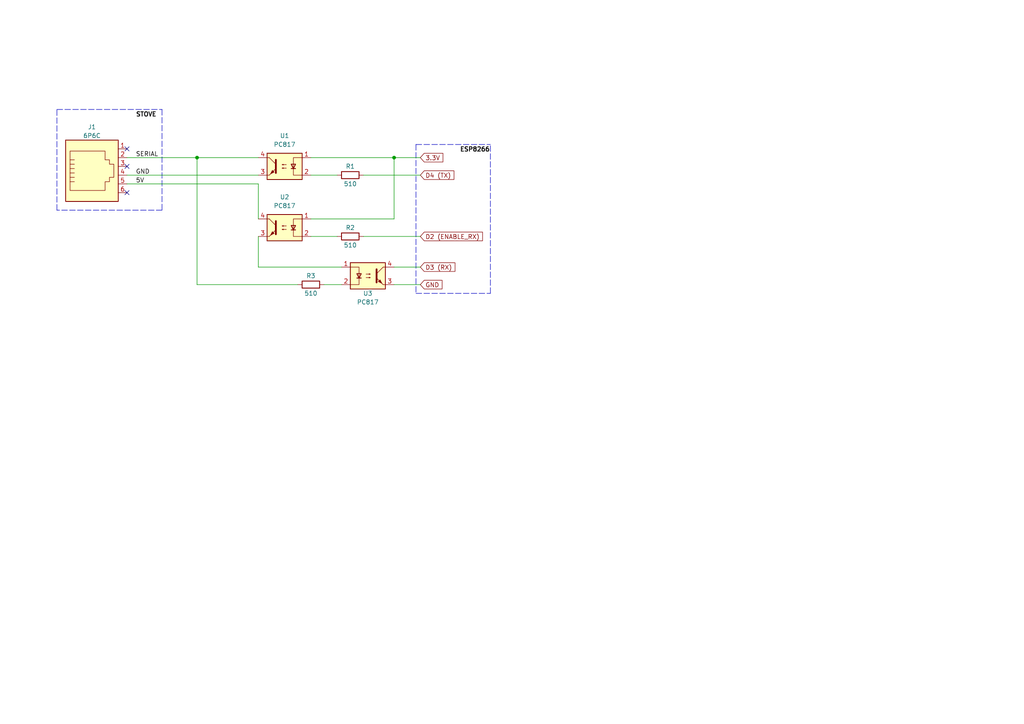
<source format=kicad_sch>
(kicad_sch (version 20211123) (generator eeschema)

  (uuid 4e333132-51c4-4436-8f8b-7b1c033df0dd)

  (paper "A4")

  (title_block
    (title "Tantrix Stove Control")
    (date "2023-02-06")
    (rev "1.0")
  )

  (lib_symbols
    (symbol "Connector:6P6C" (pin_names (offset 1.016)) (in_bom yes) (on_board yes)
      (property "Reference" "J" (id 0) (at -5.08 11.43 0)
        (effects (font (size 1.27 1.27)) (justify right))
      )
      (property "Value" "6P6C" (id 1) (at 2.54 11.43 0)
        (effects (font (size 1.27 1.27)) (justify left))
      )
      (property "Footprint" "" (id 2) (at 0 0.635 90)
        (effects (font (size 1.27 1.27)) hide)
      )
      (property "Datasheet" "~" (id 3) (at 0 0.635 90)
        (effects (font (size 1.27 1.27)) hide)
      )
      (property "ki_keywords" "6P6C RJ female connector" (id 4) (at 0 0 0)
        (effects (font (size 1.27 1.27)) hide)
      )
      (property "ki_description" "RJ connector, 6P6C (6 positions 6 connected), RJ12/RJ18/RJ25" (id 5) (at 0 0 0)
        (effects (font (size 1.27 1.27)) hide)
      )
      (property "ki_fp_filters" "6P6C* RJ12* RJ18* RJ25*" (id 6) (at 0 0 0)
        (effects (font (size 1.27 1.27)) hide)
      )
      (symbol "6P6C_0_1"
        (polyline
          (pts
            (xy -6.35 -1.905)
            (xy -5.08 -1.905)
            (xy -5.08 -1.905)
          )
          (stroke (width 0) (type default) (color 0 0 0 0))
          (fill (type none))
        )
        (polyline
          (pts
            (xy -6.35 -0.635)
            (xy -5.08 -0.635)
            (xy -5.08 -0.635)
          )
          (stroke (width 0) (type default) (color 0 0 0 0))
          (fill (type none))
        )
        (polyline
          (pts
            (xy -6.35 0.635)
            (xy -5.08 0.635)
            (xy -5.08 0.635)
          )
          (stroke (width 0) (type default) (color 0 0 0 0))
          (fill (type none))
        )
        (polyline
          (pts
            (xy -6.35 1.905)
            (xy -5.08 1.905)
            (xy -5.08 1.905)
          )
          (stroke (width 0) (type default) (color 0 0 0 0))
          (fill (type none))
        )
        (polyline
          (pts
            (xy -6.35 3.175)
            (xy -5.08 3.175)
            (xy -5.08 3.175)
          )
          (stroke (width 0) (type default) (color 0 0 0 0))
          (fill (type none))
        )
        (polyline
          (pts
            (xy -5.08 4.445)
            (xy -6.35 4.445)
            (xy -6.35 4.445)
          )
          (stroke (width 0) (type default) (color 0 0 0 0))
          (fill (type none))
        )
        (polyline
          (pts
            (xy -6.35 -4.445)
            (xy -6.35 6.985)
            (xy 3.81 6.985)
            (xy 3.81 4.445)
            (xy 5.08 4.445)
            (xy 5.08 3.175)
            (xy 6.35 3.175)
            (xy 6.35 -0.635)
            (xy 5.08 -0.635)
            (xy 5.08 -1.905)
            (xy 3.81 -1.905)
            (xy 3.81 -4.445)
            (xy -6.35 -4.445)
            (xy -6.35 -4.445)
          )
          (stroke (width 0) (type default) (color 0 0 0 0))
          (fill (type none))
        )
        (rectangle (start 7.62 10.16) (end -7.62 -7.62)
          (stroke (width 0.254) (type default) (color 0 0 0 0))
          (fill (type background))
        )
      )
      (symbol "6P6C_1_1"
        (pin passive line (at 10.16 -5.08 180) (length 2.54)
          (name "~" (effects (font (size 1.27 1.27))))
          (number "1" (effects (font (size 1.27 1.27))))
        )
        (pin passive line (at 10.16 -2.54 180) (length 2.54)
          (name "~" (effects (font (size 1.27 1.27))))
          (number "2" (effects (font (size 1.27 1.27))))
        )
        (pin passive line (at 10.16 0 180) (length 2.54)
          (name "~" (effects (font (size 1.27 1.27))))
          (number "3" (effects (font (size 1.27 1.27))))
        )
        (pin passive line (at 10.16 2.54 180) (length 2.54)
          (name "~" (effects (font (size 1.27 1.27))))
          (number "4" (effects (font (size 1.27 1.27))))
        )
        (pin passive line (at 10.16 5.08 180) (length 2.54)
          (name "~" (effects (font (size 1.27 1.27))))
          (number "5" (effects (font (size 1.27 1.27))))
        )
        (pin passive line (at 10.16 7.62 180) (length 2.54)
          (name "~" (effects (font (size 1.27 1.27))))
          (number "6" (effects (font (size 1.27 1.27))))
        )
      )
    )
    (symbol "Device:R" (pin_numbers hide) (pin_names (offset 0)) (in_bom yes) (on_board yes)
      (property "Reference" "R" (id 0) (at 2.032 0 90)
        (effects (font (size 1.27 1.27)))
      )
      (property "Value" "R" (id 1) (at 0 0 90)
        (effects (font (size 1.27 1.27)))
      )
      (property "Footprint" "" (id 2) (at -1.778 0 90)
        (effects (font (size 1.27 1.27)) hide)
      )
      (property "Datasheet" "~" (id 3) (at 0 0 0)
        (effects (font (size 1.27 1.27)) hide)
      )
      (property "ki_keywords" "R res resistor" (id 4) (at 0 0 0)
        (effects (font (size 1.27 1.27)) hide)
      )
      (property "ki_description" "Resistor" (id 5) (at 0 0 0)
        (effects (font (size 1.27 1.27)) hide)
      )
      (property "ki_fp_filters" "R_*" (id 6) (at 0 0 0)
        (effects (font (size 1.27 1.27)) hide)
      )
      (symbol "R_0_1"
        (rectangle (start -1.016 -2.54) (end 1.016 2.54)
          (stroke (width 0.254) (type default) (color 0 0 0 0))
          (fill (type none))
        )
      )
      (symbol "R_1_1"
        (pin passive line (at 0 3.81 270) (length 1.27)
          (name "~" (effects (font (size 1.27 1.27))))
          (number "1" (effects (font (size 1.27 1.27))))
        )
        (pin passive line (at 0 -3.81 90) (length 1.27)
          (name "~" (effects (font (size 1.27 1.27))))
          (number "2" (effects (font (size 1.27 1.27))))
        )
      )
    )
    (symbol "Isolator:PC817" (pin_names (offset 1.016)) (in_bom yes) (on_board yes)
      (property "Reference" "U" (id 0) (at -5.08 5.08 0)
        (effects (font (size 1.27 1.27)) (justify left))
      )
      (property "Value" "PC817" (id 1) (at 0 5.08 0)
        (effects (font (size 1.27 1.27)) (justify left))
      )
      (property "Footprint" "Package_DIP:DIP-4_W7.62mm" (id 2) (at -5.08 -5.08 0)
        (effects (font (size 1.27 1.27) italic) (justify left) hide)
      )
      (property "Datasheet" "http://www.soselectronic.cz/a_info/resource/d/pc817.pdf" (id 3) (at 0 0 0)
        (effects (font (size 1.27 1.27)) (justify left) hide)
      )
      (property "ki_keywords" "NPN DC Optocoupler" (id 4) (at 0 0 0)
        (effects (font (size 1.27 1.27)) hide)
      )
      (property "ki_description" "DC Optocoupler, Vce 35V, CTR 50-300%, DIP-4" (id 5) (at 0 0 0)
        (effects (font (size 1.27 1.27)) hide)
      )
      (property "ki_fp_filters" "DIP*W7.62mm*" (id 6) (at 0 0 0)
        (effects (font (size 1.27 1.27)) hide)
      )
      (symbol "PC817_0_1"
        (rectangle (start -5.08 3.81) (end 5.08 -3.81)
          (stroke (width 0.254) (type default) (color 0 0 0 0))
          (fill (type background))
        )
        (polyline
          (pts
            (xy -3.175 -0.635)
            (xy -1.905 -0.635)
          )
          (stroke (width 0.254) (type default) (color 0 0 0 0))
          (fill (type none))
        )
        (polyline
          (pts
            (xy 2.54 0.635)
            (xy 4.445 2.54)
          )
          (stroke (width 0) (type default) (color 0 0 0 0))
          (fill (type none))
        )
        (polyline
          (pts
            (xy 4.445 -2.54)
            (xy 2.54 -0.635)
          )
          (stroke (width 0) (type default) (color 0 0 0 0))
          (fill (type outline))
        )
        (polyline
          (pts
            (xy 4.445 -2.54)
            (xy 5.08 -2.54)
          )
          (stroke (width 0) (type default) (color 0 0 0 0))
          (fill (type none))
        )
        (polyline
          (pts
            (xy 4.445 2.54)
            (xy 5.08 2.54)
          )
          (stroke (width 0) (type default) (color 0 0 0 0))
          (fill (type none))
        )
        (polyline
          (pts
            (xy -5.08 2.54)
            (xy -2.54 2.54)
            (xy -2.54 -0.635)
          )
          (stroke (width 0) (type default) (color 0 0 0 0))
          (fill (type none))
        )
        (polyline
          (pts
            (xy -2.54 -0.635)
            (xy -2.54 -2.54)
            (xy -5.08 -2.54)
          )
          (stroke (width 0) (type default) (color 0 0 0 0))
          (fill (type none))
        )
        (polyline
          (pts
            (xy 2.54 1.905)
            (xy 2.54 -1.905)
            (xy 2.54 -1.905)
          )
          (stroke (width 0.508) (type default) (color 0 0 0 0))
          (fill (type none))
        )
        (polyline
          (pts
            (xy -2.54 -0.635)
            (xy -3.175 0.635)
            (xy -1.905 0.635)
            (xy -2.54 -0.635)
          )
          (stroke (width 0.254) (type default) (color 0 0 0 0))
          (fill (type none))
        )
        (polyline
          (pts
            (xy -0.508 -0.508)
            (xy 0.762 -0.508)
            (xy 0.381 -0.635)
            (xy 0.381 -0.381)
            (xy 0.762 -0.508)
          )
          (stroke (width 0) (type default) (color 0 0 0 0))
          (fill (type none))
        )
        (polyline
          (pts
            (xy -0.508 0.508)
            (xy 0.762 0.508)
            (xy 0.381 0.381)
            (xy 0.381 0.635)
            (xy 0.762 0.508)
          )
          (stroke (width 0) (type default) (color 0 0 0 0))
          (fill (type none))
        )
        (polyline
          (pts
            (xy 3.048 -1.651)
            (xy 3.556 -1.143)
            (xy 4.064 -2.159)
            (xy 3.048 -1.651)
            (xy 3.048 -1.651)
          )
          (stroke (width 0) (type default) (color 0 0 0 0))
          (fill (type outline))
        )
      )
      (symbol "PC817_1_1"
        (pin passive line (at -7.62 2.54 0) (length 2.54)
          (name "~" (effects (font (size 1.27 1.27))))
          (number "1" (effects (font (size 1.27 1.27))))
        )
        (pin passive line (at -7.62 -2.54 0) (length 2.54)
          (name "~" (effects (font (size 1.27 1.27))))
          (number "2" (effects (font (size 1.27 1.27))))
        )
        (pin passive line (at 7.62 -2.54 180) (length 2.54)
          (name "~" (effects (font (size 1.27 1.27))))
          (number "3" (effects (font (size 1.27 1.27))))
        )
        (pin passive line (at 7.62 2.54 180) (length 2.54)
          (name "~" (effects (font (size 1.27 1.27))))
          (number "4" (effects (font (size 1.27 1.27))))
        )
      )
    )
  )

  (junction (at 114.3 45.72) (diameter 0) (color 0 0 0 0)
    (uuid 9024fd4d-0749-4814-8285-c6d503c7f2d2)
  )
  (junction (at 57.15 45.72) (diameter 0) (color 0 0 0 0)
    (uuid b2e738a0-f702-4325-8a8e-19d229365ebf)
  )

  (no_connect (at 36.83 48.26) (uuid 09003eb3-e6d9-43ec-822f-bae844382361))
  (no_connect (at 36.83 55.88) (uuid b329746e-ec99-4aba-be1d-0565526caf46))
  (no_connect (at 36.83 43.18) (uuid e6209cb4-1e5d-465b-b923-789b0da585d0))

  (polyline (pts (xy 120.65 41.91) (xy 120.65 85.09))
    (stroke (width 0) (type default) (color 0 0 0 0))
    (uuid 13a06ace-62d8-438e-99f6-417c7247dcf4)
  )
  (polyline (pts (xy 142.24 85.09) (xy 142.24 41.91))
    (stroke (width 0) (type default) (color 0 0 0 0))
    (uuid 2890f310-23ab-4089-85c9-c61472ca3032)
  )

  (wire (pts (xy 74.93 68.58) (xy 74.93 77.47))
    (stroke (width 0) (type default) (color 0 0 0 0))
    (uuid 2d75c537-357e-484f-a24d-d4dbe2fb0f4b)
  )
  (wire (pts (xy 36.83 53.34) (xy 74.93 53.34))
    (stroke (width 0) (type default) (color 0 0 0 0))
    (uuid 383297c4-0244-4ec6-a73f-74dba96dfce7)
  )
  (wire (pts (xy 99.06 82.55) (xy 93.98 82.55))
    (stroke (width 0) (type default) (color 0 0 0 0))
    (uuid 42262f2a-f1d2-42e2-a093-69c5038e7b4b)
  )
  (polyline (pts (xy 120.65 41.91) (xy 142.24 41.91))
    (stroke (width 0) (type default) (color 0 0 0 0))
    (uuid 4936a1fe-f2fa-44e7-87ef-f7b16caf29ee)
  )

  (wire (pts (xy 86.36 82.55) (xy 57.15 82.55))
    (stroke (width 0) (type default) (color 0 0 0 0))
    (uuid 510a4fe2-bbfa-4384-8a9d-3fe306e60c34)
  )
  (polyline (pts (xy 46.99 60.96) (xy 16.51 60.96))
    (stroke (width 0) (type default) (color 0 0 0 0))
    (uuid 61d9d8ef-77da-4086-a50d-035a73cf12c6)
  )

  (wire (pts (xy 74.93 77.47) (xy 99.06 77.47))
    (stroke (width 0) (type default) (color 0 0 0 0))
    (uuid 63179498-afaa-4074-b7fb-64b14590030d)
  )
  (wire (pts (xy 114.3 82.55) (xy 121.92 82.55))
    (stroke (width 0) (type default) (color 0 0 0 0))
    (uuid 693efb79-664f-46cc-989b-9c0b8e911df2)
  )
  (wire (pts (xy 36.83 50.8) (xy 74.93 50.8))
    (stroke (width 0) (type default) (color 0 0 0 0))
    (uuid 76294087-600b-451c-ab48-bd51cff06dd5)
  )
  (wire (pts (xy 90.17 63.5) (xy 114.3 63.5))
    (stroke (width 0) (type default) (color 0 0 0 0))
    (uuid 7847aee8-2375-4081-826d-8b6e9973ac3f)
  )
  (wire (pts (xy 114.3 77.47) (xy 121.92 77.47))
    (stroke (width 0) (type default) (color 0 0 0 0))
    (uuid 7ac9aa02-d933-44e3-a244-693ad17ec795)
  )
  (wire (pts (xy 114.3 63.5) (xy 114.3 45.72))
    (stroke (width 0) (type default) (color 0 0 0 0))
    (uuid 7c81c4fc-dfe1-4c0c-8087-2eff4cf8c38a)
  )
  (polyline (pts (xy 16.51 31.75) (xy 46.99 31.75))
    (stroke (width 0) (type default) (color 0 0 0 0))
    (uuid 892ca34e-92ce-4c70-93c0-75d3c3c76e72)
  )
  (polyline (pts (xy 16.51 60.96) (xy 16.51 31.75))
    (stroke (width 0) (type default) (color 0 0 0 0))
    (uuid 90c365b4-b67e-4d38-b612-5945ac3f8cba)
  )

  (wire (pts (xy 36.83 45.72) (xy 57.15 45.72))
    (stroke (width 0) (type default) (color 0 0 0 0))
    (uuid a3e458db-a46b-4267-a358-0b1133e5a4b5)
  )
  (polyline (pts (xy 120.65 85.09) (xy 142.24 85.09))
    (stroke (width 0) (type default) (color 0 0 0 0))
    (uuid a94f1929-99da-4e5c-8bde-ec934ebe4f89)
  )

  (wire (pts (xy 105.41 68.58) (xy 121.92 68.58))
    (stroke (width 0) (type default) (color 0 0 0 0))
    (uuid b6a74258-356d-40f8-9b07-82fb93ebc249)
  )
  (wire (pts (xy 90.17 45.72) (xy 114.3 45.72))
    (stroke (width 0) (type default) (color 0 0 0 0))
    (uuid c22cd8d5-372b-4380-bad5-f523ee0b05a5)
  )
  (wire (pts (xy 57.15 45.72) (xy 74.93 45.72))
    (stroke (width 0) (type default) (color 0 0 0 0))
    (uuid ce524a87-30d7-4db7-a0ba-dcdc61e95938)
  )
  (wire (pts (xy 90.17 50.8) (xy 97.79 50.8))
    (stroke (width 0) (type default) (color 0 0 0 0))
    (uuid d13d8386-bcc7-4286-9582-599b45636ab7)
  )
  (wire (pts (xy 74.93 53.34) (xy 74.93 63.5))
    (stroke (width 0) (type default) (color 0 0 0 0))
    (uuid d47dd379-a60b-4d58-a645-5e5c801c8706)
  )
  (wire (pts (xy 114.3 45.72) (xy 121.92 45.72))
    (stroke (width 0) (type default) (color 0 0 0 0))
    (uuid d7516edc-ec22-4849-ada5-9858c0779f79)
  )
  (wire (pts (xy 90.17 68.58) (xy 97.79 68.58))
    (stroke (width 0) (type default) (color 0 0 0 0))
    (uuid d9668164-2cc6-441d-a528-cc46f0ff6113)
  )
  (polyline (pts (xy 46.99 31.75) (xy 46.99 60.96))
    (stroke (width 0) (type default) (color 0 0 0 0))
    (uuid dd0ef57a-0494-480f-812b-aa96f558ed5b)
  )

  (wire (pts (xy 105.41 50.8) (xy 121.92 50.8))
    (stroke (width 0) (type default) (color 0 0 0 0))
    (uuid e3a24027-0d63-49b0-85e0-84b5be3692de)
  )
  (wire (pts (xy 57.15 82.55) (xy 57.15 45.72))
    (stroke (width 0) (type default) (color 0 0 0 0))
    (uuid fee3366f-b77e-4b0f-a6aa-0f18c29fcbfe)
  )

  (label "STOVE" (at 39.37 34.29 0)
    (effects (font (size 1.27 1.27) (thickness 0.254) bold) (justify left bottom))
    (uuid 0ae7eb67-e6f0-497b-952c-64eacf3c64dd)
  )
  (label "GND" (at 39.37 50.8 0)
    (effects (font (size 1.27 1.27)) (justify left bottom))
    (uuid 14c09b64-f55a-4c84-b933-03c13a5052fa)
  )
  (label "5V" (at 39.37 53.34 0)
    (effects (font (size 1.27 1.27)) (justify left bottom))
    (uuid 34b69bf4-7527-4b73-ad93-5facfedcf76d)
  )
  (label "SERIAL" (at 39.37 45.72 0)
    (effects (font (size 1.27 1.27)) (justify left bottom))
    (uuid 44e7e8ca-b825-40c8-863e-d42014955b13)
  )
  (label "ESP8266" (at 133.35 44.45 0)
    (effects (font (size 1.27 1.27) (thickness 0.254) bold) (justify left bottom))
    (uuid ad7f1400-a0de-4581-86b6-0eacb4dbfbc9)
  )

  (global_label "3.3V" (shape input) (at 121.92 45.72 0) (fields_autoplaced)
    (effects (font (size 1.27 1.27)) (justify left))
    (uuid 13d4d7ec-f716-425d-865c-6a543c3b8d84)
    (property "Intersheet References" "${INTERSHEET_REFS}" (id 0) (at 128.3566 45.6406 0)
      (effects (font (size 1.27 1.27)) (justify left) hide)
    )
  )
  (global_label "D4 (TX)" (shape input) (at 121.92 50.8 0) (fields_autoplaced)
    (effects (font (size 1.27 1.27)) (justify left))
    (uuid 642fecb4-2dcb-4c49-b864-b833915f50e9)
    (property "Intersheet References" "${INTERSHEET_REFS}" (id 0) (at 131.5618 50.7206 0)
      (effects (font (size 1.27 1.27)) (justify left) hide)
    )
  )
  (global_label "D3 (RX)" (shape input) (at 121.92 77.47 0) (fields_autoplaced)
    (effects (font (size 1.27 1.27)) (justify left))
    (uuid cfcb9201-7b59-4c1f-9045-7db17f0fb716)
    (property "Intersheet References" "${INTERSHEET_REFS}" (id 0) (at 131.8642 77.3906 0)
      (effects (font (size 1.27 1.27)) (justify left) hide)
    )
  )
  (global_label "GND" (shape input) (at 121.92 82.55 0) (fields_autoplaced)
    (effects (font (size 1.27 1.27)) (justify left))
    (uuid ece42446-3842-4d90-83cf-952817834bcc)
    (property "Intersheet References" "${INTERSHEET_REFS}" (id 0) (at 128.1147 82.4706 0)
      (effects (font (size 1.27 1.27)) (justify left) hide)
    )
  )
  (global_label "D2 (ENABLE_RX)" (shape input) (at 121.92 68.58 0) (fields_autoplaced)
    (effects (font (size 1.27 1.27)) (justify left))
    (uuid f05c2e1e-210e-455c-af9c-a431b8fed694)
    (property "Intersheet References" "${INTERSHEET_REFS}" (id 0) (at 139.8471 68.5006 0)
      (effects (font (size 1.27 1.27)) (justify left) hide)
    )
  )

  (symbol (lib_id "Connector:6P6C") (at 26.67 48.26 0) (mirror x) (unit 1)
    (in_bom yes) (on_board yes)
    (uuid 00000000-0000-0000-0000-00005dbe0a8d)
    (property "Reference" "J1" (id 0) (at 26.67 36.83 0))
    (property "Value" "6P6C" (id 1) (at 26.67 39.37 0))
    (property "Footprint" "MyRJ:Ali_RJ12" (id 2) (at 26.67 48.895 90)
      (effects (font (size 1.27 1.27)) hide)
    )
    (property "Datasheet" "~" (id 3) (at 26.67 48.895 90)
      (effects (font (size 1.27 1.27)) hide)
    )
    (pin "1" (uuid 729b6615-b678-4c73-bfcf-74aaed7ec3d1))
    (pin "2" (uuid 203be36a-86bb-412f-b511-66ed9264b4f5))
    (pin "3" (uuid c79185c4-4b1c-4412-8f3e-6e42c8b0b76f))
    (pin "4" (uuid ebbd28a7-19f1-4b3f-9ec9-b9a471f6f6a1))
    (pin "5" (uuid 953a7cc6-de28-4fe9-a528-5116d38a49e2))
    (pin "6" (uuid 9c156d6f-b7c1-4e82-b306-5f2f16d345f3))
  )

  (symbol (lib_id "Device:R") (at 101.6 68.58 270) (unit 1)
    (in_bom yes) (on_board yes)
    (uuid 16a4d12d-2228-4ac3-9a02-8075c812b9dd)
    (property "Reference" "R2" (id 0) (at 101.6 66.04 90))
    (property "Value" "510" (id 1) (at 101.6 71.12 90))
    (property "Footprint" "" (id 2) (at 101.6 66.802 90)
      (effects (font (size 1.27 1.27)) hide)
    )
    (property "Datasheet" "~" (id 3) (at 101.6 68.58 0)
      (effects (font (size 1.27 1.27)) hide)
    )
    (pin "1" (uuid a8341ee8-4ef7-40bd-982d-fbfd008b9a1d))
    (pin "2" (uuid daa2574e-7f7e-4e1a-8b3f-9a9b1822a562))
  )

  (symbol (lib_id "Isolator:PC817") (at 82.55 66.04 0) (mirror y) (unit 1)
    (in_bom yes) (on_board yes) (fields_autoplaced)
    (uuid 3fb89d7e-5a33-40ee-9d6d-070570b7a089)
    (property "Reference" "U2" (id 0) (at 82.55 57.15 0))
    (property "Value" "PC817" (id 1) (at 82.55 59.69 0))
    (property "Footprint" "Package_DIP:DIP-4_W7.62mm" (id 2) (at 87.63 71.12 0)
      (effects (font (size 1.27 1.27) italic) (justify left) hide)
    )
    (property "Datasheet" "http://www.soselectronic.cz/a_info/resource/d/pc817.pdf" (id 3) (at 82.55 66.04 0)
      (effects (font (size 1.27 1.27)) (justify left) hide)
    )
    (pin "1" (uuid 572ea8bc-8a0c-43d8-b419-823ee919c991))
    (pin "2" (uuid 27e81ef1-2b5a-45fe-9e3b-a74083ac9529))
    (pin "3" (uuid 26eccaf4-d943-428b-8bde-797757c457aa))
    (pin "4" (uuid d10ca4ff-1a98-43eb-85c6-062bfb2bfff4))
  )

  (symbol (lib_id "Device:R") (at 90.17 82.55 270) (unit 1)
    (in_bom yes) (on_board yes)
    (uuid 664ee5b3-28f2-4987-8da5-f00aad6b2255)
    (property "Reference" "R3" (id 0) (at 90.17 80.01 90))
    (property "Value" "510" (id 1) (at 90.17 85.09 90))
    (property "Footprint" "" (id 2) (at 90.17 80.772 90)
      (effects (font (size 1.27 1.27)) hide)
    )
    (property "Datasheet" "~" (id 3) (at 90.17 82.55 0)
      (effects (font (size 1.27 1.27)) hide)
    )
    (pin "1" (uuid 8bb0ae66-9280-40e5-9823-4dfb05a9ed0e))
    (pin "2" (uuid 1f62e647-1843-4506-bca1-08297f56a152))
  )

  (symbol (lib_id "Isolator:PC817") (at 82.55 48.26 0) (mirror y) (unit 1)
    (in_bom yes) (on_board yes) (fields_autoplaced)
    (uuid 7ed5b4ed-872f-4332-9ecf-c032d4b68215)
    (property "Reference" "U1" (id 0) (at 82.55 39.37 0))
    (property "Value" "PC817" (id 1) (at 82.55 41.91 0))
    (property "Footprint" "Package_DIP:DIP-4_W7.62mm" (id 2) (at 87.63 53.34 0)
      (effects (font (size 1.27 1.27) italic) (justify left) hide)
    )
    (property "Datasheet" "http://www.soselectronic.cz/a_info/resource/d/pc817.pdf" (id 3) (at 82.55 48.26 0)
      (effects (font (size 1.27 1.27)) (justify left) hide)
    )
    (pin "1" (uuid 68ebb5cd-be2f-4122-879d-49440bbcffc4))
    (pin "2" (uuid 202bf1ee-a799-460d-ad71-20503615abe8))
    (pin "3" (uuid 479e1507-93a0-463c-933f-4c70aae13c6c))
    (pin "4" (uuid eb336253-3267-4592-8216-16eda247e5d6))
  )

  (symbol (lib_id "Device:R") (at 101.6 50.8 270) (unit 1)
    (in_bom yes) (on_board yes)
    (uuid 8032a8d6-6a71-43b5-815a-23f49b61625f)
    (property "Reference" "R1" (id 0) (at 101.6 48.26 90))
    (property "Value" "510" (id 1) (at 101.6 53.34 90))
    (property "Footprint" "" (id 2) (at 101.6 49.022 90)
      (effects (font (size 1.27 1.27)) hide)
    )
    (property "Datasheet" "~" (id 3) (at 101.6 50.8 0)
      (effects (font (size 1.27 1.27)) hide)
    )
    (pin "1" (uuid cba33d5c-a051-48da-8c34-1bb35c352ae2))
    (pin "2" (uuid 1de8dec8-5bdc-4da7-9ef9-0be4786ed03d))
  )

  (symbol (lib_id "Isolator:PC817") (at 106.68 80.01 0) (unit 1)
    (in_bom yes) (on_board yes)
    (uuid d4b5f209-4dd6-4598-aeab-a2ec3e505b9b)
    (property "Reference" "U3" (id 0) (at 106.68 85.09 0))
    (property "Value" "PC817" (id 1) (at 106.68 87.63 0))
    (property "Footprint" "Package_DIP:DIP-4_W7.62mm" (id 2) (at 101.6 85.09 0)
      (effects (font (size 1.27 1.27) italic) (justify left) hide)
    )
    (property "Datasheet" "http://www.soselectronic.cz/a_info/resource/d/pc817.pdf" (id 3) (at 106.68 80.01 0)
      (effects (font (size 1.27 1.27)) (justify left) hide)
    )
    (pin "1" (uuid d781e9d9-8874-49b5-a2e9-3969e05740aa))
    (pin "2" (uuid e0db8de1-7d77-4f70-bd5c-b125d806bb6c))
    (pin "3" (uuid 3e7c9d7f-b86a-4eba-a662-ad70bc128b53))
    (pin "4" (uuid 73252460-419a-4af2-9d90-329d870bbeb4))
  )

  (sheet_instances
    (path "/" (page "1"))
  )

  (symbol_instances
    (path "/00000000-0000-0000-0000-00005dbe0a8d"
      (reference "J1") (unit 1) (value "6P6C") (footprint "MyRJ:Ali_RJ12")
    )
    (path "/8032a8d6-6a71-43b5-815a-23f49b61625f"
      (reference "R1") (unit 1) (value "510") (footprint "")
    )
    (path "/16a4d12d-2228-4ac3-9a02-8075c812b9dd"
      (reference "R2") (unit 1) (value "510") (footprint "")
    )
    (path "/664ee5b3-28f2-4987-8da5-f00aad6b2255"
      (reference "R3") (unit 1) (value "510") (footprint "")
    )
    (path "/7ed5b4ed-872f-4332-9ecf-c032d4b68215"
      (reference "U1") (unit 1) (value "PC817") (footprint "Package_DIP:DIP-4_W7.62mm")
    )
    (path "/3fb89d7e-5a33-40ee-9d6d-070570b7a089"
      (reference "U2") (unit 1) (value "PC817") (footprint "Package_DIP:DIP-4_W7.62mm")
    )
    (path "/d4b5f209-4dd6-4598-aeab-a2ec3e505b9b"
      (reference "U3") (unit 1) (value "PC817") (footprint "Package_DIP:DIP-4_W7.62mm")
    )
  )
)

</source>
